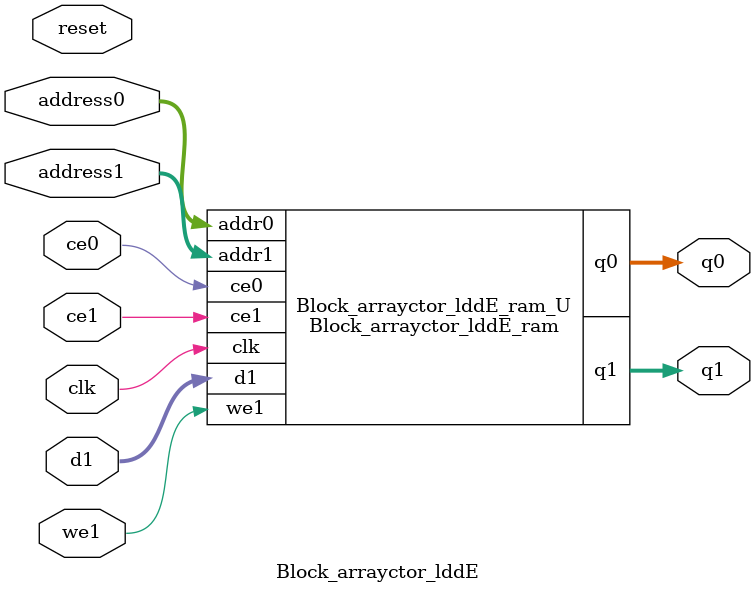
<source format=v>
`timescale 1 ns / 1 ps
module Block_arrayctor_lddE_ram (addr0, ce0, q0, addr1, ce1, d1, we1, q1,  clk);

parameter DWIDTH = 5;
parameter AWIDTH = 6;
parameter MEM_SIZE = 42;

input[AWIDTH-1:0] addr0;
input ce0;
output reg[DWIDTH-1:0] q0;
input[AWIDTH-1:0] addr1;
input ce1;
input[DWIDTH-1:0] d1;
input we1;
output reg[DWIDTH-1:0] q1;
input clk;

(* ram_style = "distributed" *)reg [DWIDTH-1:0] ram[0:MEM_SIZE-1];




always @(posedge clk)  
begin 
    if (ce0) begin
        q0 <= ram[addr0];
    end
end


always @(posedge clk)  
begin 
    if (ce1) begin
        if (we1) 
            ram[addr1] <= d1; 
        q1 <= ram[addr1];
    end
end


endmodule

`timescale 1 ns / 1 ps
module Block_arrayctor_lddE(
    reset,
    clk,
    address0,
    ce0,
    q0,
    address1,
    ce1,
    we1,
    d1,
    q1);

parameter DataWidth = 32'd5;
parameter AddressRange = 32'd42;
parameter AddressWidth = 32'd6;
input reset;
input clk;
input[AddressWidth - 1:0] address0;
input ce0;
output[DataWidth - 1:0] q0;
input[AddressWidth - 1:0] address1;
input ce1;
input we1;
input[DataWidth - 1:0] d1;
output[DataWidth - 1:0] q1;



Block_arrayctor_lddE_ram Block_arrayctor_lddE_ram_U(
    .clk( clk ),
    .addr0( address0 ),
    .ce0( ce0 ),
    .q0( q0 ),
    .addr1( address1 ),
    .ce1( ce1 ),
    .we1( we1 ),
    .d1( d1 ),
    .q1( q1 ));

endmodule


</source>
